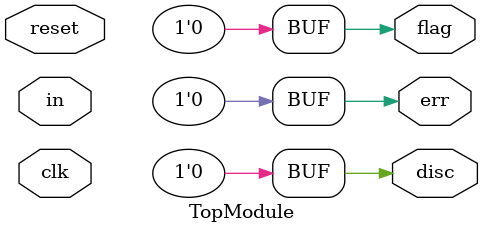
<source format=sv>

module TopModule (
    input clk,
    input reset,
    input in,
    output reg disc,
    output reg flag,
    output reg err
);

// Define FSM states
parameter IDLE = 2'b00;
parameter FIVE_ONES = 2'b01;
parameter FLAG_DETECTED = 2'b10;
parameter ERROR = 2'b11;

// Declare state and next state registers
reg [1:0] state, next_state;

// Synchronous reset behavior
always @(posedge clk) begin
    if (reset) begin
        state <= IDLE;
    end else begin
        state <= next_state;
    end
end

// FSM logic
always @(*) begin
    disc = 0;
    flag = 0;
    err = 0;

    case (state)
        IDLE: begin
            if (in) begin
                next_state = FIVE_ONES;
            end else begin
                next_state = IDLE;
            end
        end

        FIVE_ONES: begin
            if (in) begin
                next_state = FLAG_DETECTED;
            end else begin
                next_state = IDLE;
            end
        end

        FLAG_DETECTED: begin
            if (in) begin
                next_state = ERROR;
            end else begin
                next_state = IDLE;
            end
        end

        ERROR: begin
            if (in) begin
                next_state = ERROR;
            end else begin
                next_state = IDLE;
            end
        end
    endcase
end

// Output logic
always @(*) begin
    case (state)
        FIVE_ONES: begin
            disc = 1;
        end

        FLAG_DETECTED: begin
            flag = 1;
        end

        ERROR: begin
            err = 1;
        end
    endcase
end

endmodule
</source>
